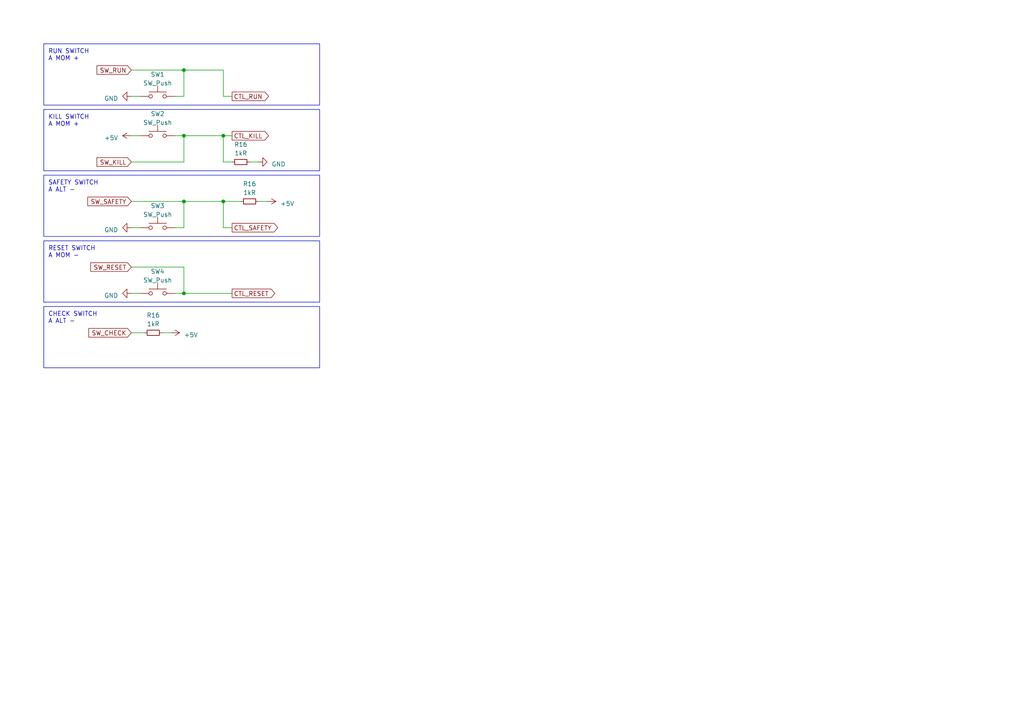
<source format=kicad_sch>
(kicad_sch (version 20231120) (generator "eeschema") (generator_version "8.0")
  (paper "A4")
  (lib_symbols
    (symbol "Device:R_Small" (pin_numbers hide) (pin_names (offset 0.254) hide)
      (property "Reference" "R" (at 0.762 0.508 0))
      (property "Value" "R_Small" (at 0.762 -1.016 0))
      (symbol "R_Small_0_1"
        (rectangle (start -0.762 1.778) (end 0.762 -1.778) (stroke (width 0.2032)))
      )
      (symbol "R_Small_1_1"
        (pin passive line (at 0 2.54 270) (length 0.762) (name "~") (number "1"))
        (pin passive line (at 0 -2.54 90) (length 0.762) (name "~") (number "2"))
      )
    )
    (symbol "Switch:SW_Push" (pin_numbers hide) (pin_names (offset 1.016) hide)
      (property "Reference" "SW" (at 1.27 2.54 0))
      (property "Value" "SW_Push" (at 0 -1.524 0))
      (symbol "SW_Push_0_1"
        (circle (center -2.032 0) (radius 0.508))
        (polyline (pts (xy 0 1.27) (xy 0 3.048)))
        (polyline (pts (xy 2.54 1.27) (xy -2.54 1.27)))
        (circle (center 2.032 0) (radius 0.508))
        (pin passive line (at -5.08 0 0) (length 2.54) (name "1") (number "1"))
        (pin passive line (at 5.08 0 180) (length 2.54) (name "2") (number "2"))
      )
    )
    (symbol "power:+5V" (power) (pin_names (offset 0))
      (property "Value" "+5V" (at 0 3.556 0))
      (symbol "+5V_0_1"
        (polyline (pts (xy -0.762 1.27) (xy 0 2.54)))
        (polyline (pts (xy 0 0) (xy 0 2.54)))
        (polyline (pts (xy 0 2.54) (xy 0.762 1.27)))
      )
      (symbol "+5V_1_1"
        (pin power_in line (at 0 0 90) (length 0) hide (name "+5V") (number "1"))
      )
    )
    (symbol "power:GND" (power) (pin_names (offset 0))
      (property "Value" "GND" (at 0 -3.81 0))
      (symbol "GND_0_1"
        (polyline (pts (xy 0 0) (xy 0 -1.27) (xy 1.27 -1.27) (xy 0 -2.54) (xy -1.27 -1.27) (xy 0 -1.27)))
      )
      (symbol "GND_1_1"
        (pin power_in line (at 0 0 270) (length 0) hide (name "GND") (number "1"))
      )
    )
  )
  (junction (at 64.77 58.42))
  (junction (at 53.34 85.09))
  (junction (at 64.77 39.37))
  (junction (at 53.34 39.37))
  (junction (at 53.34 58.42))
  (junction (at 53.34 20.32))
  (wire (pts (xy 50.8 39.37) (xy 53.34 39.37)))
  (wire (pts (xy 40.64 85.09) (xy 38.1 85.09)))
  (wire (pts (xy 53.34 46.99) (xy 53.34 39.37)))
  (wire (pts (xy 64.77 58.42) (xy 64.77 66.04)))
  (wire (pts (xy 38.1 96.52) (xy 41.91 96.52)))
  (wire (pts (xy 64.77 66.04) (xy 67.31 66.04)))
  (wire (pts (xy 40.64 66.04) (xy 38.1 66.04)))
  (wire (pts (xy 38.1 46.99) (xy 53.34 46.99)))
  (wire (pts (xy 53.34 58.42) (xy 64.77 58.42)))
  (wire (pts (xy 74.93 58.42) (xy 77.47 58.42)))
  (wire (pts (xy 64.77 58.42) (xy 69.85 58.42)))
  (wire (pts (xy 53.34 27.94) (xy 53.34 20.32)))
  (wire (pts (xy 53.34 39.37) (xy 64.77 39.37)))
  (wire (pts (xy 64.77 39.37) (xy 67.31 39.37)))
  (wire (pts (xy 67.31 46.99) (xy 64.77 46.99)))
  (wire (pts (xy 53.34 77.47) (xy 53.34 85.09)))
  (wire (pts (xy 67.31 27.94) (xy 64.77 27.94)))
  (wire (pts (xy 38.1 20.32) (xy 53.34 20.32)))
  (wire (pts (xy 38.1 27.94) (xy 40.64 27.94)))
  (wire (pts (xy 40.64 39.37) (xy 38.1 39.37)))
  (wire (pts (xy 53.34 85.09) (xy 67.31 85.09)))
  (wire (pts (xy 46.99 96.52) (xy 49.53 96.52)))
  (wire (pts (xy 53.34 20.32) (xy 64.77 20.32)))
  (wire (pts (xy 53.34 66.04) (xy 53.34 58.42)))
  (wire (pts (xy 72.39 46.99) (xy 74.93 46.99)))
  (wire (pts (xy 64.77 39.37) (xy 64.77 46.99)))
  (wire (pts (xy 50.8 27.94) (xy 53.34 27.94)))
  (wire (pts (xy 50.8 85.09) (xy 53.34 85.09)))
  (wire (pts (xy 64.77 27.94) (xy 64.77 20.32)))
  (wire (pts (xy 50.8 66.04) (xy 53.34 66.04)))
  (wire (pts (xy 38.1 58.42) (xy 53.34 58.42)))
  (wire (pts (xy 38.1 77.47) (xy 53.34 77.47)))
  (rectangle (start 12.7 50.8) (end 92.71 68.58))
  (rectangle (start 12.7 12.7) (end 92.71 30.48))
  (rectangle (start 12.7 31.75) (end 92.71 49.53))
  (rectangle (start 12.7 69.85) (end 92.71 87.63))
  (rectangle (start 12.7 88.9) (end 92.71 106.68))
  (text "KILL SWITCH\nA MOM +" (at 13.97 36.83 0) (effects (font (size 1.27 1.27)) (justify left bottom)))
  (text "SAFETY SWITCH\nA ALT -" (at 13.97 55.88 0) (effects (font (size 1.27 1.27)) (justify left bottom)))
  (text "CHECK SWITCH\nA ALT -" (at 13.97 93.98 0) (effects (font (size 1.27 1.27)) (justify left bottom)))
  (text "RESET SWITCH\nA MOM -" (at 13.97 74.93 0) (effects (font (size 1.27 1.27)) (justify left bottom)))
  (text "RUN SWITCH\nA MOM +" (at 13.97 17.78 0) (effects (font (size 1.27 1.27)) (justify left bottom)))
  (global_label "SW_RUN" (shape input) (at 38.1 20.32 180) (property "Intersheetrefs" "${INTERSHEET_REFS}" (effects (hide yes))))
  (global_label "SW_KILL" (shape input) (at 38.1 46.99 180) (property "Intersheetrefs" "${INTERSHEET_REFS}" (effects (hide yes))))
  (global_label "SW_SAFETY" (shape input) (at 38.1 58.42 180) (property "Intersheetrefs" "${INTERSHEET_REFS}" (effects (hide yes))))
  (global_label "CTL_SAFETY" (shape output) (at 67.31 66.04 0) (property "Intersheetrefs" "${INTERSHEET_REFS}" (effects (hide yes))))
  (global_label "CTL_KILL" (shape output) (at 67.31 39.37 0) (property "Intersheetrefs" "${INTERSHEET_REFS}" (effects (hide yes))))
  (global_label "CTL_RESET" (shape output) (at 67.31 85.09 0) (property "Intersheetrefs" "${INTERSHEET_REFS}" (effects (hide yes))))
  (global_label "CTL_RUN" (shape output) (at 67.31 27.94 0) (property "Intersheetrefs" "${INTERSHEET_REFS}" (effects (hide yes))))
  (global_label "SW_CHECK" (shape input) (at 38.1 96.52 180) (property "Intersheetrefs" "${INTERSHEET_REFS}" (effects (hide yes))))
  (global_label "SW_RESET" (shape input) (at 38.1 77.47 180) (property "Intersheetrefs" "${INTERSHEET_REFS}" (effects (hide yes))))
  (symbol (lib_id "Switch:SW_Push") (at 45.72 39.37 0) (unit 1)
    (property "Reference" "SW2" (at 45.72 33.02 0))
    (property "Value" "SW_Push" (at 45.72 35.56 0))
    (property "Footprint" "TSRP_Button_Switch_SMD:TVAF06-A020B-R" (effects (hide yes)))
    (property "Datasheet" "https://akizukidenshi.com/catalog/g/gP-14888/" (effects (hide yes)))
  )
  (symbol (lib_id "power:GND") (at 38.1 27.94 270) (unit 1)
    (property "Reference" "#PWR076" (effects (hide yes)))
    (property "Value" "GND" (at 34.29 28.575 90) (effects (justify right)))
  )
  (symbol (lib_id "Device:R_Small") (at 72.39 58.42 90) (unit 1)
    (property "Reference" "R16" (at 72.39 53.34 90))
    (property "Value" "1kR" (at 72.39 55.88 90))
    (property "Footprint" "Resistor_SMD:R_0603_1608Metric_Pad0.98x0.95mm_HandSolder" (effects (hide yes)))
    (property "Datasheet" "https://www.chip1stop.com/view/dispDetail/DispDetail?partId=ROHM-0021097" (effects (hide yes)))
  )
  (symbol (lib_id "power:GND") (at 38.1 85.09 270) (unit 1)
    (property "Reference" "#PWR079" (effects (hide yes)))
    (property "Value" "GND" (at 34.29 85.725 90) (effects (justify right)))
  )
  (symbol (lib_id "Switch:SW_Push") (at 45.72 27.94 0) (unit 1)
    (property "Reference" "SW1" (at 45.72 21.59 0))
    (property "Value" "SW_Push" (at 45.72 24.13 0))
    (property "Footprint" "TSRP_Button_Switch_SMD:TVAF06-A020B-R" (effects (hide yes)))
    (property "Datasheet" "https://akizukidenshi.com/catalog/g/gP-14888/" (effects (hide yes)))
  )
  (symbol (lib_id "Switch:SW_Push") (at 45.72 85.09 0) (unit 1)
    (property "Reference" "SW4" (at 45.72 78.74 0))
    (property "Value" "SW_Push" (at 45.72 81.28 0))
    (property "Footprint" "TSRP_Button_Switch_SMD:TVAF06-A020B-R" (effects (hide yes)))
    (property "Datasheet" "https://akizukidenshi.com/catalog/g/gP-14888/" (effects (hide yes)))
  )
  (symbol (lib_id "power:+5V") (at 77.47 58.42 270) (unit 1)
    (property "Reference" "#PWR082" (effects (hide yes)))
    (property "Value" "+5V" (at 81.28 59.055 90) (effects (justify left)))
  )
  (symbol (lib_id "Device:R_Small") (at 44.45 96.52 90) (unit 1)
    (property "Reference" "R16" (at 44.45 91.44 90))
    (property "Value" "1kR" (at 44.45 93.98 90))
    (property "Footprint" "Resistor_SMD:R_0603_1608Metric_Pad0.98x0.95mm_HandSolder" (effects (hide yes)))
    (property "Datasheet" "https://www.chip1stop.com/view/dispDetail/DispDetail?partId=ROHM-0021097" (effects (hide yes)))
  )
  (symbol (lib_id "Switch:SW_Push") (at 45.72 66.04 0) (unit 1)
    (property "Reference" "SW3" (at 45.72 59.69 0))
    (property "Value" "SW_Push" (at 45.72 62.23 0))
    (property "Footprint" "Connector_PinHeader_2.54mm:PinHeader_1x02_P2.54mm_Vertical" (effects (hide yes)))
    (property "Datasheet" "https://akizukidenshi.com/catalog/g/gC-08593/" (effects (hide yes)))
  )
  (symbol (lib_id "Device:R_Small") (at 69.85 46.99 90) (unit 1)
    (property "Reference" "R16" (at 69.85 41.91 90))
    (property "Value" "1kR" (at 69.85 44.45 90))
    (property "Footprint" "Resistor_SMD:R_0603_1608Metric_Pad0.98x0.95mm_HandSolder" (effects (hide yes)))
    (property "Datasheet" "https://www.chip1stop.com/view/dispDetail/DispDetail?partId=ROHM-0021097" (effects (hide yes)))
  )
  (symbol (lib_id "power:GND") (at 38.1 66.04 270) (unit 1)
    (property "Reference" "#PWR078" (effects (hide yes)))
    (property "Value" "GND" (at 34.29 66.675 90) (effects (justify right)))
  )
  (symbol (lib_id "power:+5V") (at 49.53 96.52 270) (unit 1)
    (property "Reference" "#PWR080" (effects (hide yes)))
    (property "Value" "+5V" (at 53.34 97.155 90) (effects (justify left)))
  )
  (symbol (lib_id "power:+5V") (at 38.1 39.37 90) (unit 1)
    (property "Reference" "#PWR077" (effects (hide yes)))
    (property "Value" "+5V" (at 34.29 40.005 90) (effects (justify left)))
  )
  (symbol (lib_id "power:GND") (at 74.93 46.99 90) (unit 1)
    (property "Reference" "#PWR081" (effects (hide yes)))
    (property "Value" "GND" (at 78.74 47.625 90) (effects (justify right)))
  )
)
</source>
